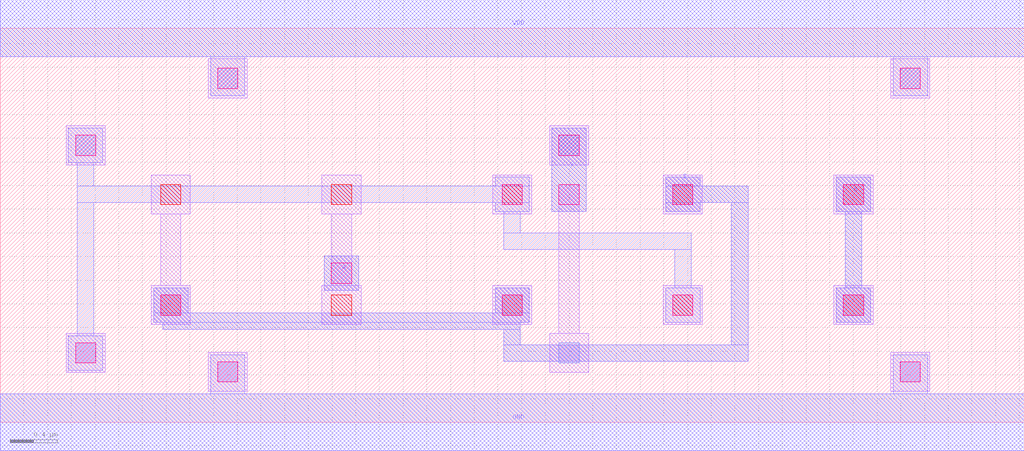
<source format=lef>
MACRO MUX2X1
 CLASS CORE ;
 FOREIGN MUX2X1 0 0 ;
 SIZE 8.64 BY 3.33 ;
 ORIGIN 0 0 ;
 SYMMETRY X Y R90 ;
 SITE unit ;
  PIN VDD
   DIRECTION INOUT ;
   USE POWER ;
   SHAPE ABUTMENT ;
    PORT
     CLASS CORE ;
       LAYER met1 ;
        RECT 0.00000000 3.09000000 8.64000000 3.57000000 ;
    END
  END VDD

  PIN GND
   DIRECTION INOUT ;
   USE POWER ;
   SHAPE ABUTMENT ;
    PORT
     CLASS CORE ;
       LAYER met1 ;
        RECT 0.00000000 -0.24000000 8.64000000 0.24000000 ;
    END
  END GND

  PIN Y
   DIRECTION INOUT ;
   USE SIGNAL ;
   SHAPE ABUTMENT ;
    PORT
     CLASS CORE ;
       LAYER met1 ;
        RECT 4.65500000 1.78000000 4.94500000 2.48500000 ;
    END
  END Y

  PIN A
   DIRECTION INOUT ;
   USE SIGNAL ;
   SHAPE ABUTMENT ;
    PORT
     CLASS CORE ;
       LAYER met1 ;
        RECT 2.73500000 1.11500000 3.02500000 1.40500000 ;
    END
  END A

  PIN B
   DIRECTION INOUT ;
   USE SIGNAL ;
   SHAPE ABUTMENT ;
    PORT
     CLASS CORE ;
       LAYER met1 ;
        RECT 7.05500000 0.84500000 7.34500000 1.13500000 ;
        RECT 7.13000000 1.13500000 7.27000000 1.78000000 ;
        RECT 7.05500000 1.78000000 7.34500000 2.07000000 ;
    END
  END B

  PIN S
   DIRECTION INOUT ;
   USE SIGNAL ;
   SHAPE ABUTMENT ;
    PORT
     CLASS CORE ;
       LAYER met1 ;
        RECT 4.25000000 0.51500000 6.31000000 0.65500000 ;
        RECT 4.25000000 0.65500000 4.39000000 0.78500000 ;
        RECT 1.37000000 0.78500000 4.39000000 0.84500000 ;
        RECT 1.29500000 0.84500000 4.46500000 0.92500000 ;
        RECT 1.29500000 0.92500000 1.58500000 1.13500000 ;
        RECT 4.17500000 0.92500000 4.46500000 1.13500000 ;
        RECT 5.61500000 1.78000000 5.90500000 1.85500000 ;
        RECT 6.17000000 0.65500000 6.31000000 1.85500000 ;
        RECT 5.61500000 1.85500000 6.31000000 1.99500000 ;
        RECT 5.61500000 1.99500000 5.90500000 2.07000000 ;
    END
  END S

 OBS
    LAYER polycont ;
     RECT 1.35500000 0.90500000 1.52500000 1.07500000 ;
     RECT 2.79500000 0.90500000 2.96500000 1.07500000 ;
     RECT 4.23500000 0.90500000 4.40500000 1.07500000 ;
     RECT 5.67500000 0.90500000 5.84500000 1.07500000 ;
     RECT 7.11500000 0.90500000 7.28500000 1.07500000 ;
     RECT 1.35500000 1.84000000 1.52500000 2.01000000 ;
     RECT 2.79500000 1.84000000 2.96500000 2.01000000 ;
     RECT 4.23500000 1.84000000 4.40500000 2.01000000 ;
     RECT 5.67500000 1.84000000 5.84500000 2.01000000 ;
     RECT 7.11500000 1.84000000 7.28500000 2.01000000 ;

    LAYER pdiffc ;
     RECT 0.63500000 2.25500000 0.80500000 2.42500000 ;
     RECT 4.71500000 2.25500000 4.88500000 2.42500000 ;
     RECT 1.83500000 2.82000000 2.00500000 2.99000000 ;
     RECT 7.59500000 2.82000000 7.76500000 2.99000000 ;

    LAYER ndiffc ;
     RECT 1.83500000 0.34000000 2.00500000 0.51000000 ;
     RECT 7.59500000 0.34000000 7.76500000 0.51000000 ;
     RECT 0.63500000 0.50000000 0.80500000 0.67000000 ;
     RECT 4.71500000 0.50000000 4.88500000 0.67000000 ;

    LAYER li1 ;
     RECT 1.75500000 0.26000000 2.08500000 0.59000000 ;
     RECT 7.51500000 0.26000000 7.84500000 0.59000000 ;
     RECT 0.55500000 0.42000000 0.88500000 0.75000000 ;
     RECT 4.15500000 0.82500000 4.48500000 1.15500000 ;
     RECT 5.59500000 0.82500000 5.92500000 1.15500000 ;
     RECT 7.03500000 0.82500000 7.36500000 1.15500000 ;
     RECT 4.63500000 0.42000000 4.96500000 0.75000000 ;
     RECT 4.71500000 0.75000000 4.88500000 2.01000000 ;
     RECT 1.27500000 0.82500000 1.60500000 1.15500000 ;
     RECT 1.35500000 1.15500000 1.52500000 1.76000000 ;
     RECT 1.27500000 1.76000000 1.60500000 2.09000000 ;
     RECT 2.71500000 0.82500000 3.04500000 1.15500000 ;
     RECT 2.79500000 1.15500000 2.96500000 1.76000000 ;
     RECT 2.71500000 1.76000000 3.04500000 2.09000000 ;
     RECT 4.15500000 1.76000000 4.48500000 2.09000000 ;
     RECT 5.59500000 1.76000000 5.92500000 2.09000000 ;
     RECT 7.03500000 1.76000000 7.36500000 2.09000000 ;
     RECT 0.55500000 2.17500000 0.88500000 2.50500000 ;
     RECT 4.63500000 2.17500000 4.96500000 2.50500000 ;
     RECT 1.75500000 2.74000000 2.08500000 3.07000000 ;
     RECT 7.51500000 2.74000000 7.84500000 3.07000000 ;

    LAYER viali ;
     RECT 1.83500000 0.34000000 2.00500000 0.51000000 ;
     RECT 7.59500000 0.34000000 7.76500000 0.51000000 ;
     RECT 0.63500000 0.50000000 0.80500000 0.67000000 ;
     RECT 1.35500000 0.90500000 1.52500000 1.07500000 ;
     RECT 4.23500000 0.90500000 4.40500000 1.07500000 ;
     RECT 5.67500000 0.90500000 5.84500000 1.07500000 ;
     RECT 7.11500000 0.90500000 7.28500000 1.07500000 ;
     RECT 2.79500000 1.17500000 2.96500000 1.34500000 ;
     RECT 4.23500000 1.84000000 4.40500000 2.01000000 ;
     RECT 4.71500000 1.84000000 4.88500000 2.01000000 ;
     RECT 5.67500000 1.84000000 5.84500000 2.01000000 ;
     RECT 7.11500000 1.84000000 7.28500000 2.01000000 ;
     RECT 0.63500000 2.25500000 0.80500000 2.42500000 ;
     RECT 4.71500000 2.25500000 4.88500000 2.42500000 ;
     RECT 1.83500000 2.82000000 2.00500000 2.99000000 ;
     RECT 7.59500000 2.82000000 7.76500000 2.99000000 ;

    LAYER met1 ;
     RECT 0.00000000 -0.24000000 8.64000000 0.24000000 ;
     RECT 1.77500000 0.24000000 2.06500000 0.57000000 ;
     RECT 7.53500000 0.24000000 7.82500000 0.57000000 ;
     RECT 2.73500000 1.11500000 3.02500000 1.40500000 ;
     RECT 4.25000000 0.51500000 6.31000000 0.65500000 ;
     RECT 4.25000000 0.65500000 4.39000000 0.78500000 ;
     RECT 1.37000000 0.78500000 4.39000000 0.84500000 ;
     RECT 1.29500000 0.84500000 4.46500000 0.92500000 ;
     RECT 1.29500000 0.92500000 1.58500000 1.13500000 ;
     RECT 4.17500000 0.92500000 4.46500000 1.13500000 ;
     RECT 5.61500000 1.78000000 5.90500000 1.85500000 ;
     RECT 6.17000000 0.65500000 6.31000000 1.85500000 ;
     RECT 5.61500000 1.85500000 6.31000000 1.99500000 ;
     RECT 5.61500000 1.99500000 5.90500000 2.07000000 ;
     RECT 7.05500000 0.84500000 7.34500000 1.13500000 ;
     RECT 7.13000000 1.13500000 7.27000000 1.78000000 ;
     RECT 7.05500000 1.78000000 7.34500000 2.07000000 ;
     RECT 0.57500000 0.44000000 0.86500000 0.73000000 ;
     RECT 5.61500000 0.84500000 5.90500000 1.13500000 ;
     RECT 5.69000000 1.13500000 5.83000000 1.46000000 ;
     RECT 4.25000000 1.46000000 5.83000000 1.60000000 ;
     RECT 4.25000000 1.60000000 4.39000000 1.78000000 ;
     RECT 0.65000000 0.73000000 0.79000000 1.85500000 ;
     RECT 4.17500000 1.78000000 4.46500000 1.85500000 ;
     RECT 0.65000000 1.85500000 4.46500000 1.99500000 ;
     RECT 4.17500000 1.99500000 4.46500000 2.07000000 ;
     RECT 0.65000000 1.99500000 0.79000000 2.19500000 ;
     RECT 0.57500000 2.19500000 0.86500000 2.48500000 ;
     RECT 4.65500000 1.78000000 4.94500000 2.48500000 ;
     RECT 1.77500000 2.76000000 2.06500000 3.09000000 ;
     RECT 7.53500000 2.76000000 7.82500000 3.09000000 ;
     RECT 0.00000000 3.09000000 8.64000000 3.57000000 ;

 END
END MUX2X1

</source>
